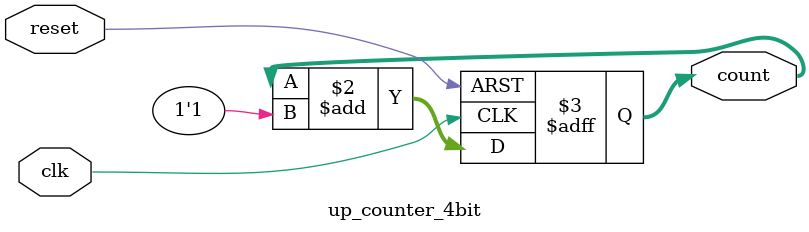
<source format=v>
`timescale 1ns / 1ps

module up_counter_4bit (
    input clk,
    input reset,
    output reg [3:0] count
);

    // Sequential logic
    always @(posedge clk or posedge reset) begin
        if (reset)
            count <= 4'b0000;
        else
            count <= count + 1'b1;
    end

endmodule


</source>
